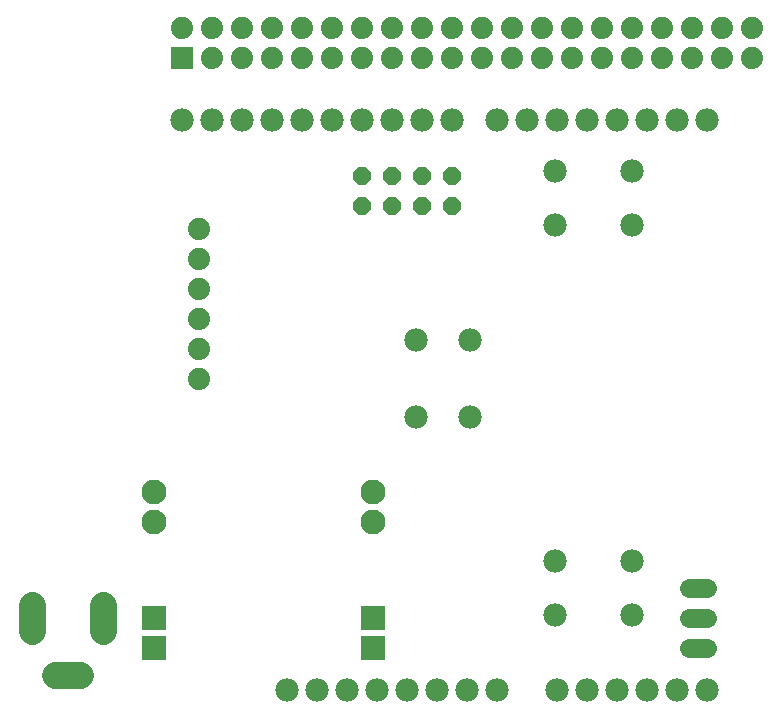
<source format=gbs>
G75*
%MOIN*%
%OFA0B0*%
%FSLAX25Y25*%
%IPPOS*%
%LPD*%
%AMOC8*
5,1,8,0,0,1.08239X$1,22.5*
%
%ADD10C,0.09000*%
%ADD11C,0.07800*%
%ADD12C,0.06400*%
%ADD13C,0.08274*%
%ADD14R,0.08274X0.08274*%
%ADD15R,0.07400X0.07400*%
%ADD16C,0.07400*%
%ADD17OC8,0.06000*%
D10*
X0059924Y0031524D02*
X0068524Y0031524D01*
X0076035Y0046121D02*
X0076035Y0054721D01*
X0052413Y0054721D02*
X0052413Y0046121D01*
D11*
X0137524Y0026321D03*
X0147524Y0026321D03*
X0157524Y0026321D03*
X0167524Y0026321D03*
X0177524Y0026321D03*
X0187524Y0026321D03*
X0197524Y0026321D03*
X0207524Y0026321D03*
X0227524Y0026321D03*
X0237524Y0026321D03*
X0247524Y0026321D03*
X0257524Y0026321D03*
X0267524Y0026321D03*
X0277524Y0026321D03*
X0252224Y0051421D03*
X0252224Y0069221D03*
X0226624Y0069221D03*
X0226624Y0051421D03*
X0198324Y0117521D03*
X0180524Y0117521D03*
X0180524Y0143121D03*
X0198324Y0143121D03*
X0226624Y0181421D03*
X0226624Y0199221D03*
X0227524Y0216321D03*
X0237524Y0216321D03*
X0247524Y0216321D03*
X0257524Y0216321D03*
X0267524Y0216321D03*
X0277524Y0216321D03*
X0252224Y0199221D03*
X0252224Y0181421D03*
X0217524Y0216321D03*
X0207524Y0216321D03*
X0192524Y0216321D03*
X0182524Y0216321D03*
X0172524Y0216321D03*
X0162524Y0216321D03*
X0152524Y0216321D03*
X0142524Y0216321D03*
X0132524Y0216321D03*
X0122524Y0216321D03*
X0112524Y0216321D03*
X0102524Y0216321D03*
D12*
X0271424Y0060321D02*
X0277424Y0060321D01*
X0277424Y0050321D02*
X0271424Y0050321D01*
X0271424Y0040321D02*
X0277424Y0040321D01*
D13*
X0165924Y0082321D03*
X0165924Y0092321D03*
X0092924Y0092321D03*
X0092924Y0082321D03*
D14*
X0092924Y0050321D03*
X0092924Y0040321D03*
X0165924Y0040321D03*
X0165924Y0050321D03*
D15*
X0102376Y0237014D03*
D16*
X0112376Y0237014D03*
X0112376Y0247014D03*
X0102376Y0247014D03*
X0122376Y0247014D03*
X0132376Y0247014D03*
X0132376Y0237014D03*
X0122376Y0237014D03*
X0142376Y0237014D03*
X0152376Y0237014D03*
X0152376Y0247014D03*
X0142376Y0247014D03*
X0162376Y0247014D03*
X0172376Y0247014D03*
X0182376Y0247014D03*
X0182376Y0237014D03*
X0172376Y0237014D03*
X0162376Y0237014D03*
X0192376Y0237014D03*
X0202376Y0237014D03*
X0202376Y0247014D03*
X0192376Y0247014D03*
X0212376Y0247014D03*
X0222376Y0247014D03*
X0222376Y0237014D03*
X0212376Y0237014D03*
X0232376Y0237014D03*
X0242376Y0237014D03*
X0242376Y0247014D03*
X0232376Y0247014D03*
X0252376Y0247014D03*
X0262376Y0247014D03*
X0262376Y0237014D03*
X0252376Y0237014D03*
X0272376Y0237014D03*
X0282376Y0237014D03*
X0282376Y0247014D03*
X0272376Y0247014D03*
X0292376Y0247014D03*
X0292376Y0237014D03*
X0107884Y0179921D03*
X0107884Y0169921D03*
X0107884Y0159921D03*
X0107884Y0149921D03*
X0107884Y0139921D03*
X0107884Y0129921D03*
D17*
X0162524Y0187821D03*
X0172524Y0187821D03*
X0182524Y0187821D03*
X0192524Y0187821D03*
X0192524Y0197821D03*
X0182524Y0197821D03*
X0172524Y0197821D03*
X0162524Y0197821D03*
M02*

</source>
